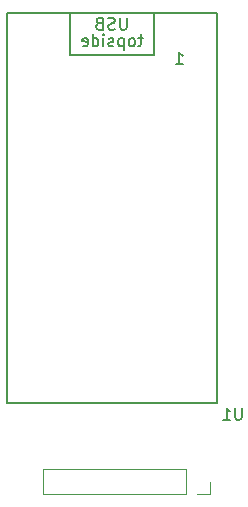
<source format=gbo>
%TF.GenerationSoftware,KiCad,Pcbnew,8.0.2-1*%
%TF.CreationDate,2024-06-04T22:44:41+02:00*%
%TF.ProjectId,keyboard_right,6b657962-6f61-4726-945f-72696768742e,rev?*%
%TF.SameCoordinates,Original*%
%TF.FileFunction,Legend,Bot*%
%TF.FilePolarity,Positive*%
%FSLAX46Y46*%
G04 Gerber Fmt 4.6, Leading zero omitted, Abs format (unit mm)*
G04 Created by KiCad (PCBNEW 8.0.2-1) date 2024-06-04 22:44:41*
%MOMM*%
%LPD*%
G01*
G04 APERTURE LIST*
%ADD10C,0.150000*%
%ADD11C,0.120000*%
G04 APERTURE END LIST*
D10*
X200500588Y-61002319D02*
X200500588Y-61811842D01*
X200500588Y-61811842D02*
X200452969Y-61907080D01*
X200452969Y-61907080D02*
X200405350Y-61954700D01*
X200405350Y-61954700D02*
X200310112Y-62002319D01*
X200310112Y-62002319D02*
X200119636Y-62002319D01*
X200119636Y-62002319D02*
X200024398Y-61954700D01*
X200024398Y-61954700D02*
X199976779Y-61907080D01*
X199976779Y-61907080D02*
X199929160Y-61811842D01*
X199929160Y-61811842D02*
X199929160Y-61002319D01*
X198929160Y-62002319D02*
X199500588Y-62002319D01*
X199214874Y-62002319D02*
X199214874Y-61002319D01*
X199214874Y-61002319D02*
X199310112Y-61145176D01*
X199310112Y-61145176D02*
X199405350Y-61240414D01*
X199405350Y-61240414D02*
X199500588Y-61288033D01*
X192119047Y-29710652D02*
X191738095Y-29710652D01*
X191976190Y-29377319D02*
X191976190Y-30234461D01*
X191976190Y-30234461D02*
X191928571Y-30329700D01*
X191928571Y-30329700D02*
X191833333Y-30377319D01*
X191833333Y-30377319D02*
X191738095Y-30377319D01*
X191261904Y-30377319D02*
X191357142Y-30329700D01*
X191357142Y-30329700D02*
X191404761Y-30282080D01*
X191404761Y-30282080D02*
X191452380Y-30186842D01*
X191452380Y-30186842D02*
X191452380Y-29901128D01*
X191452380Y-29901128D02*
X191404761Y-29805890D01*
X191404761Y-29805890D02*
X191357142Y-29758271D01*
X191357142Y-29758271D02*
X191261904Y-29710652D01*
X191261904Y-29710652D02*
X191119047Y-29710652D01*
X191119047Y-29710652D02*
X191023809Y-29758271D01*
X191023809Y-29758271D02*
X190976190Y-29805890D01*
X190976190Y-29805890D02*
X190928571Y-29901128D01*
X190928571Y-29901128D02*
X190928571Y-30186842D01*
X190928571Y-30186842D02*
X190976190Y-30282080D01*
X190976190Y-30282080D02*
X191023809Y-30329700D01*
X191023809Y-30329700D02*
X191119047Y-30377319D01*
X191119047Y-30377319D02*
X191261904Y-30377319D01*
X190499999Y-29710652D02*
X190499999Y-30710652D01*
X190499999Y-29758271D02*
X190404761Y-29710652D01*
X190404761Y-29710652D02*
X190214285Y-29710652D01*
X190214285Y-29710652D02*
X190119047Y-29758271D01*
X190119047Y-29758271D02*
X190071428Y-29805890D01*
X190071428Y-29805890D02*
X190023809Y-29901128D01*
X190023809Y-29901128D02*
X190023809Y-30186842D01*
X190023809Y-30186842D02*
X190071428Y-30282080D01*
X190071428Y-30282080D02*
X190119047Y-30329700D01*
X190119047Y-30329700D02*
X190214285Y-30377319D01*
X190214285Y-30377319D02*
X190404761Y-30377319D01*
X190404761Y-30377319D02*
X190499999Y-30329700D01*
X189642856Y-30329700D02*
X189547618Y-30377319D01*
X189547618Y-30377319D02*
X189357142Y-30377319D01*
X189357142Y-30377319D02*
X189261904Y-30329700D01*
X189261904Y-30329700D02*
X189214285Y-30234461D01*
X189214285Y-30234461D02*
X189214285Y-30186842D01*
X189214285Y-30186842D02*
X189261904Y-30091604D01*
X189261904Y-30091604D02*
X189357142Y-30043985D01*
X189357142Y-30043985D02*
X189499999Y-30043985D01*
X189499999Y-30043985D02*
X189595237Y-29996366D01*
X189595237Y-29996366D02*
X189642856Y-29901128D01*
X189642856Y-29901128D02*
X189642856Y-29853509D01*
X189642856Y-29853509D02*
X189595237Y-29758271D01*
X189595237Y-29758271D02*
X189499999Y-29710652D01*
X189499999Y-29710652D02*
X189357142Y-29710652D01*
X189357142Y-29710652D02*
X189261904Y-29758271D01*
X188785713Y-30377319D02*
X188785713Y-29710652D01*
X188785713Y-29377319D02*
X188833332Y-29424938D01*
X188833332Y-29424938D02*
X188785713Y-29472557D01*
X188785713Y-29472557D02*
X188738094Y-29424938D01*
X188738094Y-29424938D02*
X188785713Y-29377319D01*
X188785713Y-29377319D02*
X188785713Y-29472557D01*
X187880952Y-30377319D02*
X187880952Y-29377319D01*
X187880952Y-30329700D02*
X187976190Y-30377319D01*
X187976190Y-30377319D02*
X188166666Y-30377319D01*
X188166666Y-30377319D02*
X188261904Y-30329700D01*
X188261904Y-30329700D02*
X188309523Y-30282080D01*
X188309523Y-30282080D02*
X188357142Y-30186842D01*
X188357142Y-30186842D02*
X188357142Y-29901128D01*
X188357142Y-29901128D02*
X188309523Y-29805890D01*
X188309523Y-29805890D02*
X188261904Y-29758271D01*
X188261904Y-29758271D02*
X188166666Y-29710652D01*
X188166666Y-29710652D02*
X187976190Y-29710652D01*
X187976190Y-29710652D02*
X187880952Y-29758271D01*
X187023809Y-30329700D02*
X187119047Y-30377319D01*
X187119047Y-30377319D02*
X187309523Y-30377319D01*
X187309523Y-30377319D02*
X187404761Y-30329700D01*
X187404761Y-30329700D02*
X187452380Y-30234461D01*
X187452380Y-30234461D02*
X187452380Y-29853509D01*
X187452380Y-29853509D02*
X187404761Y-29758271D01*
X187404761Y-29758271D02*
X187309523Y-29710652D01*
X187309523Y-29710652D02*
X187119047Y-29710652D01*
X187119047Y-29710652D02*
X187023809Y-29758271D01*
X187023809Y-29758271D02*
X186976190Y-29853509D01*
X186976190Y-29853509D02*
X186976190Y-29948747D01*
X186976190Y-29948747D02*
X187452380Y-30043985D01*
X190761904Y-27977319D02*
X190761904Y-28786842D01*
X190761904Y-28786842D02*
X190714285Y-28882080D01*
X190714285Y-28882080D02*
X190666666Y-28929700D01*
X190666666Y-28929700D02*
X190571428Y-28977319D01*
X190571428Y-28977319D02*
X190380952Y-28977319D01*
X190380952Y-28977319D02*
X190285714Y-28929700D01*
X190285714Y-28929700D02*
X190238095Y-28882080D01*
X190238095Y-28882080D02*
X190190476Y-28786842D01*
X190190476Y-28786842D02*
X190190476Y-27977319D01*
X189761904Y-28929700D02*
X189619047Y-28977319D01*
X189619047Y-28977319D02*
X189380952Y-28977319D01*
X189380952Y-28977319D02*
X189285714Y-28929700D01*
X189285714Y-28929700D02*
X189238095Y-28882080D01*
X189238095Y-28882080D02*
X189190476Y-28786842D01*
X189190476Y-28786842D02*
X189190476Y-28691604D01*
X189190476Y-28691604D02*
X189238095Y-28596366D01*
X189238095Y-28596366D02*
X189285714Y-28548747D01*
X189285714Y-28548747D02*
X189380952Y-28501128D01*
X189380952Y-28501128D02*
X189571428Y-28453509D01*
X189571428Y-28453509D02*
X189666666Y-28405890D01*
X189666666Y-28405890D02*
X189714285Y-28358271D01*
X189714285Y-28358271D02*
X189761904Y-28263033D01*
X189761904Y-28263033D02*
X189761904Y-28167795D01*
X189761904Y-28167795D02*
X189714285Y-28072557D01*
X189714285Y-28072557D02*
X189666666Y-28024938D01*
X189666666Y-28024938D02*
X189571428Y-27977319D01*
X189571428Y-27977319D02*
X189333333Y-27977319D01*
X189333333Y-27977319D02*
X189190476Y-28024938D01*
X188428571Y-28453509D02*
X188285714Y-28501128D01*
X188285714Y-28501128D02*
X188238095Y-28548747D01*
X188238095Y-28548747D02*
X188190476Y-28643985D01*
X188190476Y-28643985D02*
X188190476Y-28786842D01*
X188190476Y-28786842D02*
X188238095Y-28882080D01*
X188238095Y-28882080D02*
X188285714Y-28929700D01*
X188285714Y-28929700D02*
X188380952Y-28977319D01*
X188380952Y-28977319D02*
X188761904Y-28977319D01*
X188761904Y-28977319D02*
X188761904Y-27977319D01*
X188761904Y-27977319D02*
X188428571Y-27977319D01*
X188428571Y-27977319D02*
X188333333Y-28024938D01*
X188333333Y-28024938D02*
X188285714Y-28072557D01*
X188285714Y-28072557D02*
X188238095Y-28167795D01*
X188238095Y-28167795D02*
X188238095Y-28263033D01*
X188238095Y-28263033D02*
X188285714Y-28358271D01*
X188285714Y-28358271D02*
X188333333Y-28405890D01*
X188333333Y-28405890D02*
X188428571Y-28453509D01*
X188428571Y-28453509D02*
X188761904Y-28453509D01*
X194929285Y-31894819D02*
X195500713Y-31894819D01*
X195214999Y-31894819D02*
X195214999Y-30894819D01*
X195214999Y-30894819D02*
X195310237Y-31037676D01*
X195310237Y-31037676D02*
X195405475Y-31132914D01*
X195405475Y-31132914D02*
X195500713Y-31180533D01*
%TO.C,U1*%
X185950000Y-27527500D02*
X185950000Y-31107500D01*
X193050000Y-27527500D02*
X193050000Y-31107500D01*
X193050000Y-31107500D02*
X185950000Y-31107500D01*
X180610000Y-60547500D02*
X198390000Y-60547500D01*
X198390000Y-27527500D01*
X180610000Y-27527500D01*
X180610000Y-60547500D01*
D11*
%TO.C,Display*%
X183690000Y-66190000D02*
X183690000Y-68310000D01*
X183690000Y-66190000D02*
X195750000Y-66190000D01*
X183690000Y-68310000D02*
X195750000Y-68310000D01*
X195750000Y-66190000D02*
X195750000Y-68310000D01*
X197810000Y-67250000D02*
X197810000Y-68310000D01*
X197810000Y-68310000D02*
X196750000Y-68310000D01*
%TD*%
M02*

</source>
